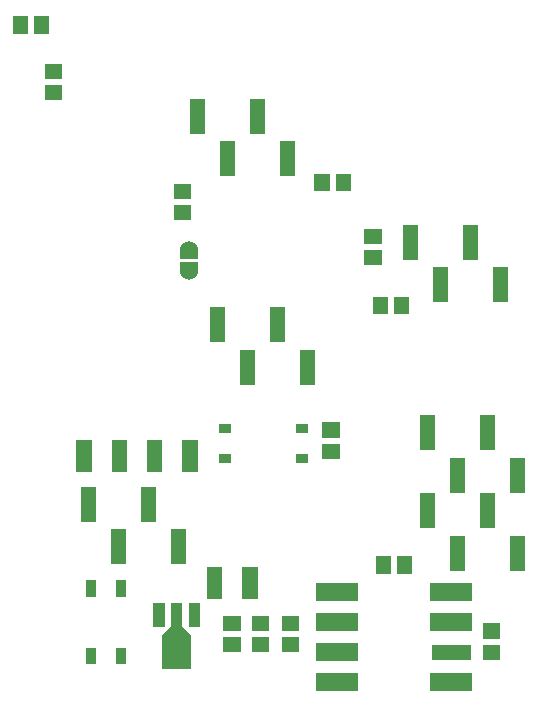
<source format=gbr>
G04 start of page 10 for group -4015 idx -4015 *
G04 Title: (unknown), toppaste *
G04 Creator: pcb 20140316 *
G04 CreationDate: Mon 18 May 2015 09:44:02 PM GMT UTC *
G04 For: ndholmes *
G04 Format: Gerber/RS-274X *
G04 PCB-Dimensions (mil): 2110.00 2710.00 *
G04 PCB-Coordinate-Origin: lower left *
%MOIN*%
%FSLAX25Y25*%
%LNTOPPASTE*%
%ADD97R,0.0310X0.0310*%
%ADD96C,0.0001*%
%ADD95R,0.0945X0.0945*%
%ADD94R,0.0378X0.0378*%
%ADD93R,0.0300X0.0300*%
%ADD92C,0.0600*%
%ADD91R,0.0600X0.0600*%
%ADD90R,0.0500X0.0500*%
%ADD89R,0.0512X0.0512*%
G54D89*X55595Y115255D02*Y109745D01*
X67405Y115255D02*Y109745D01*
X43905Y115255D02*Y109745D01*
X32095Y115255D02*Y109745D01*
X90607Y56586D02*X91393D01*
X90607Y49500D02*X91393D01*
X139043Y76393D02*Y75607D01*
X131957Y76393D02*Y75607D01*
G54D90*X63514Y85426D02*Y78773D01*
X53514Y99599D02*Y92946D01*
X43514Y85426D02*Y78773D01*
X33514Y99599D02*Y92946D01*
X146500Y123413D02*Y116760D01*
X156500Y109240D02*Y102587D01*
X166500Y123413D02*Y116760D01*
X176500Y109240D02*Y102587D01*
G54D89*X111457Y203893D02*Y203107D01*
X118543Y203893D02*Y203107D01*
X64607Y200543D02*X65393D01*
X64607Y193457D02*X65393D01*
G54D90*X146500Y97413D02*Y90760D01*
X156500Y83240D02*Y76587D01*
X166500Y97413D02*Y90760D01*
X176500Y83240D02*Y76587D01*
G54D89*X167607Y54043D02*X168393D01*
X167607Y46957D02*X168393D01*
G54D91*X112500Y67000D02*X120500D01*
X150500D02*X158500D01*
X112500Y57000D02*X120500D01*
X150500D02*X158500D01*
X112500Y47000D02*X120500D01*
G54D90*X150500D02*X158500D01*
G54D91*X112500Y37000D02*X120500D01*
X150500D02*X158500D01*
G54D89*X21607Y240543D02*X22393D01*
X21607Y233457D02*X22393D01*
X81107Y56543D02*X81893D01*
X81107Y49457D02*X81893D01*
G54D90*X141000Y186913D02*Y180260D01*
X151000Y172740D02*Y166087D01*
X161000Y186913D02*Y180260D01*
X171000Y172740D02*Y166087D01*
X70000Y228913D02*Y222260D01*
X80000Y214740D02*Y208087D01*
X90000Y228913D02*Y222260D01*
X100000Y214740D02*Y208087D01*
G54D89*X138043Y162893D02*Y162107D01*
X130957Y162893D02*Y162107D01*
X128107Y185543D02*X128893D01*
X128107Y178457D02*X128893D01*
G54D92*X67000Y180900D03*
G54D93*X65500Y179400D02*X68500D01*
G54D92*X67000Y174100D03*
G54D93*X65500Y175600D02*X68500D01*
G54D89*X114107Y121043D02*X114893D01*
X114107Y113957D02*X114893D01*
G54D94*X68906Y61405D02*Y57311D01*
X63000Y61405D02*Y49595D01*
G54D95*Y47861D02*Y45971D01*
G54D96*G36*
X64885Y55426D02*X67725Y52586D01*
X66305Y51166D01*
X63465Y54006D01*
X64885Y55426D01*
G37*
G36*
X58275Y52586D02*X61115Y55426D01*
X62535Y54006D01*
X59695Y51166D01*
X58275Y52586D01*
G37*
G54D94*X57094Y61405D02*Y57311D01*
G54D97*X104300Y111500D02*X105200D01*
X78800D02*X79700D01*
X104300Y121500D02*X105200D01*
X78800D02*X79700D01*
G54D89*X75690Y72755D02*Y67245D01*
X87500Y72755D02*Y67245D01*
G54D90*X76500Y159413D02*Y152760D01*
X86500Y145240D02*Y138587D01*
X96500Y159413D02*Y152760D01*
X106500Y145240D02*Y138587D01*
G54D89*X100607Y56543D02*X101393D01*
X100607Y49457D02*X101393D01*
X10957Y256393D02*Y255607D01*
X18043Y256393D02*Y255607D01*
G54D97*X34500Y46950D02*Y44550D01*
X44500Y46950D02*Y44550D01*
Y69450D02*Y67050D01*
X34500Y69450D02*Y67050D01*
M02*

</source>
